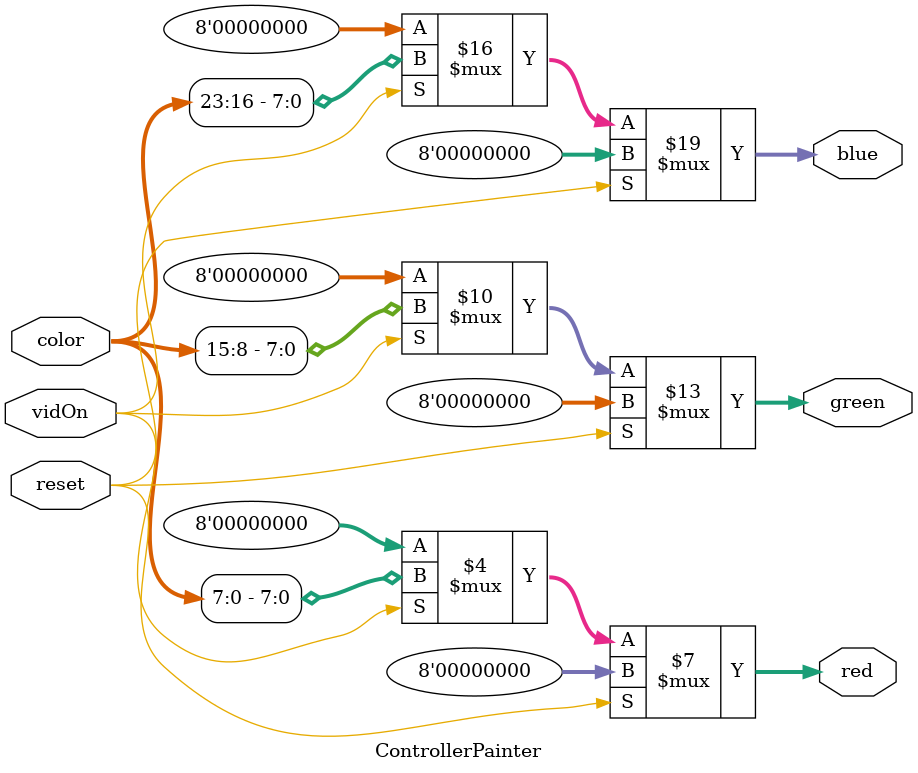
<source format=sv>
module ControllerPainter (
  input vidOn,
  input reset,
  input logic [23:0] color,
  output logic [7:0] blue,
  output logic [7:0] green,
  output logic [7:0] red
  );

  always_comb begin
    if(reset) begin
      blue <= 8'd0;
      green <= 8'd0;
      red <= 8'd0;
    end else if(~vidOn) begin
      blue <= 8'd0;
      green <= 8'd0;
      red <= 8'd0;
	 end else begin
      blue <= color[23:16];
      green <= color[15:8];
      red <= color[7:0];
	 end
	end

endmodule
</source>
